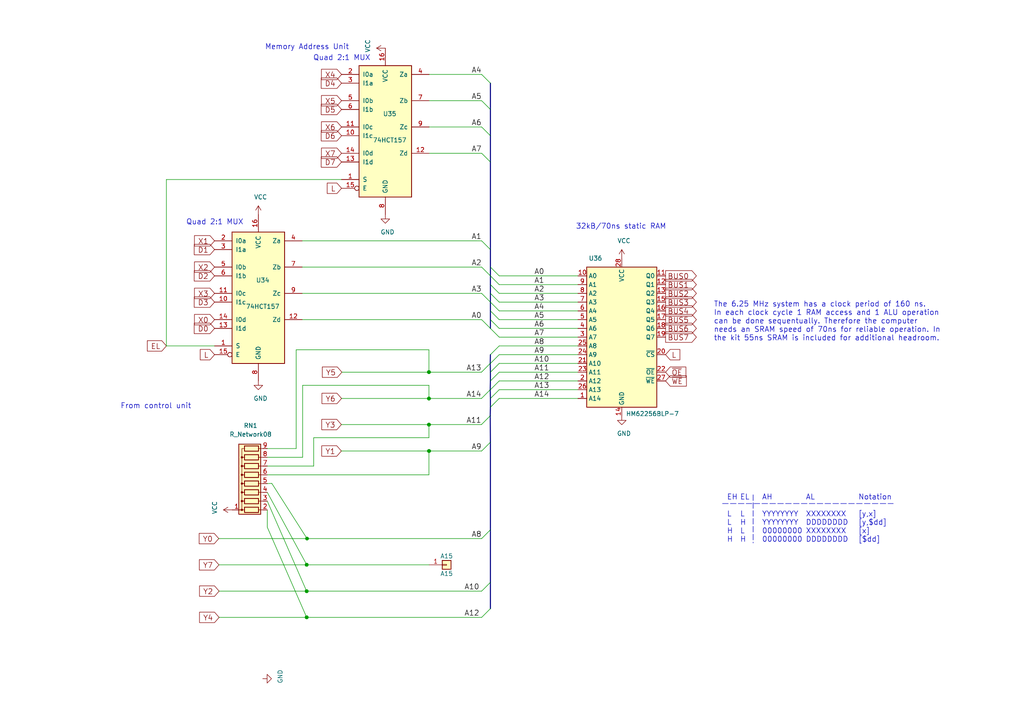
<source format=kicad_sch>
(kicad_sch (version 20211123) (generator eeschema)
  (paper "A4")
  (title_block (title "Gigatron Memory and Address Unit") (date "2020-03-20") (rev "Release") (company "Marcel van Kervinck and Walter Belgers") (comment 1 "The high address byte is either zero or comes from the user Y register.") (comment 2 "The low address byte originates either from the operand (D) or from the user X register") (comment 3 "The address unit can create addresses in four different ways, as shown in the table.") (comment 4 "For speed and simplicity the memory addressing space is two-dimensional."))
  (lib_symbols
    (symbol "74xx:74LS157" (pin_names (offset 1.016))
      (property "Reference" "U" (at -7.62 19.05 0))
      (property "Value" "74LS157" (at -7.62 -21.59 0))
      (symbol "74LS157_1_0"
        (pin input line (at -12.7 -15.24 0) (length 5.08) (name "S") (number "1"))
        (pin input line (at -12.7 -2.54 0) (length 5.08) (name "I1c") (number "10"))
        (pin input line (at -12.7 0 0) (length 5.08) (name "I0c") (number "11"))
        (pin output line (at 12.7 -7.62 180) (length 5.08) (name "Zd") (number "12"))
        (pin input line (at -12.7 -10.16 0) (length 5.08) (name "I1d") (number "13"))
        (pin input line (at -12.7 -7.62 0) (length 5.08) (name "I0d") (number "14"))
        (pin input inverted (at -12.7 -17.78 0) (length 5.08) (name "E") (number "15"))
        (pin power_in line (at 0 22.86 270) (length 5.08) (name "VCC") (number "16"))
        (pin input line (at -12.7 15.24 0) (length 5.08) (name "I0a") (number "2"))
        (pin input line (at -12.7 12.7 0) (length 5.08) (name "I1a") (number "3"))
        (pin output line (at 12.7 15.24 180) (length 5.08) (name "Za") (number "4"))
        (pin input line (at -12.7 7.62 0) (length 5.08) (name "I0b") (number "5"))
        (pin input line (at -12.7 5.08 0) (length 5.08) (name "I1b") (number "6"))
        (pin output line (at 12.7 7.62 180) (length 5.08) (name "Zb") (number "7"))
        (pin power_in line (at 0 -25.4 90) (length 5.08) (name "GND") (number "8"))
        (pin output line (at 12.7 0 180) (length 5.08) (name "Zc") (number "9"))
      )
      (symbol "74LS157_1_1"
        (rectangle (start -7.62 17.78) (end 7.62 -20.32) (stroke (width 0.254)) (fill (type background)))
      )
    )
    (symbol "Connector_Generic:Conn_01x01" (pin_names (offset 1.016) hide)
      (property "Reference" "J" (at 0 2.54 0))
      (property "Value" "Conn_01x01" (at 0 -2.54 0))
      (symbol "Conn_01x01_1_1"
        (rectangle (start -1.27 0.127) (end 0 -0.127) (stroke (width 0.1524)))
        (rectangle (start -1.27 1.27) (end 1.27 -1.27) (stroke (width 0.254)) (fill (type background)))
        (pin passive line (at -5.08 0 0) (length 3.81) (name "Pin_1") (number "1"))
      )
    )
    (symbol "Device:R_Network08" (pin_names (offset 0) hide)
      (property "Reference" "RN" (at -12.7 0 90))
      (property "Value" "R_Network08" (at 10.16 0 90))
      (symbol "R_Network08_0_1"
        (rectangle (start -11.43 -3.175) (end 8.89 3.175) (stroke (width 0.254)) (fill (type background)))
        (rectangle (start -10.922 1.524) (end -9.398 -2.54) (stroke (width 0.254)))
        (circle (center -10.16 2.286) (radius 0.254) (fill (type outline)))
        (rectangle (start -8.382 1.524) (end -6.858 -2.54) (stroke (width 0.254)))
        (circle (center -7.62 2.286) (radius 0.254) (fill (type outline)))
        (rectangle (start -5.842 1.524) (end -4.318 -2.54) (stroke (width 0.254)))
        (circle (center -5.08 2.286) (radius 0.254) (fill (type outline)))
        (rectangle (start -3.302 1.524) (end -1.778 -2.54) (stroke (width 0.254)))
        (circle (center -2.54 2.286) (radius 0.254) (fill (type outline)))
        (rectangle (start -0.762 1.524) (end 0.762 -2.54) (stroke (width 0.254)))
        (polyline (pts (xy -10.16 -2.54) (xy -10.16 -3.81)))
        (polyline (pts (xy -7.62 -2.54) (xy -7.62 -3.81)))
        (polyline (pts (xy -5.08 -2.54) (xy -5.08 -3.81)))
        (polyline (pts (xy -2.54 -2.54) (xy -2.54 -3.81)))
        (polyline (pts (xy 0 -2.54) (xy 0 -3.81)))
        (polyline (pts (xy 2.54 -2.54) (xy 2.54 -3.81)))
        (polyline (pts (xy 5.08 -2.54) (xy 5.08 -3.81)))
        (polyline (pts (xy 7.62 -2.54) (xy 7.62 -3.81)))
        (polyline (pts (xy -10.16 1.524) (xy -10.16 2.286) (xy -7.62 2.286) (xy -7.62 1.524)))
        (polyline (pts (xy -7.62 1.524) (xy -7.62 2.286) (xy -5.08 2.286) (xy -5.08 1.524)))
        (polyline (pts (xy -5.08 1.524) (xy -5.08 2.286) (xy -2.54 2.286) (xy -2.54 1.524)))
        (polyline (pts (xy -2.54 1.524) (xy -2.54 2.286) (xy 0 2.286) (xy 0 1.524)))
        (polyline (pts (xy 0 1.524) (xy 0 2.286) (xy 2.54 2.286) (xy 2.54 1.524)))
        (polyline (pts (xy 2.54 1.524) (xy 2.54 2.286) (xy 5.08 2.286) (xy 5.08 1.524)))
        (polyline (pts (xy 5.08 1.524) (xy 5.08 2.286) (xy 7.62 2.286) (xy 7.62 1.524)))
        (circle (center 0 2.286) (radius 0.254) (fill (type outline)))
        (rectangle (start 1.778 1.524) (end 3.302 -2.54) (stroke (width 0.254)))
        (circle (center 2.54 2.286) (radius 0.254) (fill (type outline)))
        (rectangle (start 4.318 1.524) (end 5.842 -2.54) (stroke (width 0.254)))
        (circle (center 5.08 2.286) (radius 0.254) (fill (type outline)))
        (rectangle (start 6.858 1.524) (end 8.382 -2.54) (stroke (width 0.254)))
      )
      (symbol "R_Network08_1_1"
        (pin passive line (at -10.16 5.08 270) (length 2.54) (name "common") (number "1"))
        (pin passive line (at -10.16 -5.08 90) (length 1.27) (name "R1") (number "2"))
        (pin passive line (at -7.62 -5.08 90) (length 1.27) (name "R2") (number "3"))
        (pin passive line (at -5.08 -5.08 90) (length 1.27) (name "R3") (number "4"))
        (pin passive line (at -2.54 -5.08 90) (length 1.27) (name "R4") (number "5"))
        (pin passive line (at 0 -5.08 90) (length 1.27) (name "R5") (number "6"))
        (pin passive line (at 2.54 -5.08 90) (length 1.27) (name "R6") (number "7"))
        (pin passive line (at 5.08 -5.08 90) (length 1.27) (name "R7") (number "8"))
        (pin passive line (at 7.62 -5.08 90) (length 1.27) (name "R8") (number "9"))
      )
    )
    (symbol "Memory_RAM:HM62256BLP"
      (property "Reference" "U" (at -10.16 20.955 0))
      (property "Value" "HM62256BLP" (at 2.54 20.955 0))
      (symbol "HM62256BLP_0_0"
        (pin power_in line (at 0 -22.86 90) (length 2.54) (name "GND") (number "14"))
        (pin power_in line (at 0 22.86 270) (length 2.54) (name "VCC") (number "28"))
      )
      (symbol "HM62256BLP_0_1"
        (rectangle (start -10.16 20.32) (end 10.16 -20.32) (stroke (width 0.254)) (fill (type background)))
      )
      (symbol "HM62256BLP_1_1"
        (pin input line (at -12.7 -17.78 0) (length 2.54) (name "A14") (number "1"))
        (pin input line (at -12.7 17.78 0) (length 2.54) (name "A0") (number "10"))
        (pin tri_state line (at 12.7 17.78 180) (length 2.54) (name "Q0") (number "11"))
        (pin tri_state line (at 12.7 15.24 180) (length 2.54) (name "Q1") (number "12"))
        (pin tri_state line (at 12.7 12.7 180) (length 2.54) (name "Q2") (number "13"))
        (pin tri_state line (at 12.7 10.16 180) (length 2.54) (name "Q3") (number "15"))
        (pin tri_state line (at 12.7 7.62 180) (length 2.54) (name "Q4") (number "16"))
        (pin tri_state line (at 12.7 5.08 180) (length 2.54) (name "Q5") (number "17"))
        (pin tri_state line (at 12.7 2.54 180) (length 2.54) (name "Q6") (number "18"))
        (pin tri_state line (at 12.7 0 180) (length 2.54) (name "Q7") (number "19"))
        (pin input line (at -12.7 -12.7 0) (length 2.54) (name "A12") (number "2"))
        (pin input line (at 12.7 -5.08 180) (length 2.54) (name "~{CS}") (number "20"))
        (pin input line (at -12.7 -7.62 0) (length 2.54) (name "A10") (number "21"))
        (pin input line (at 12.7 -10.16 180) (length 2.54) (name "~{OE}") (number "22"))
        (pin input line (at -12.7 -10.16 0) (length 2.54) (name "A11") (number "23"))
        (pin input line (at -12.7 -5.08 0) (length 2.54) (name "A9") (number "24"))
        (pin input line (at -12.7 -2.54 0) (length 2.54) (name "A8") (number "25"))
        (pin input line (at -12.7 -15.24 0) (length 2.54) (name "A13") (number "26"))
        (pin input line (at 12.7 -12.7 180) (length 2.54) (name "~{WE}") (number "27"))
        (pin input line (at -12.7 0 0) (length 2.54) (name "A7") (number "3"))
        (pin input line (at -12.7 2.54 0) (length 2.54) (name "A6") (number "4"))
        (pin input line (at -12.7 5.08 0) (length 2.54) (name "A5") (number "5"))
        (pin input line (at -12.7 7.62 0) (length 2.54) (name "A4") (number "6"))
        (pin input line (at -12.7 10.16 0) (length 2.54) (name "A3") (number "7"))
        (pin input line (at -12.7 12.7 0) (length 2.54) (name "A2") (number "8"))
        (pin input line (at -12.7 15.24 0) (length 2.54) (name "A1") (number "9"))
      )
    )
    (symbol "power:GND" (power) (pin_names (offset 0))
      (property "Value" "GND" (at 0 -3.81 0))
      (symbol "GND_0_1"
        (polyline (pts (xy 0 0) (xy 0 -1.27) (xy 1.27 -1.27) (xy 0 -2.54) (xy -1.27 -1.27) (xy 0 -1.27)))
      )
      (symbol "GND_1_1"
        (pin power_in line (at 0 0 270) (length 0) hide (name "GND") (number "1"))
      )
    )
    (symbol "power:VCC" (power) (pin_names (offset 0))
      (property "Value" "VCC" (at 0 3.81 0))
      (symbol "VCC_0_1"
        (polyline (pts (xy -0.762 1.27) (xy 0 2.54)))
        (polyline (pts (xy 0 0) (xy 0 2.54)))
        (polyline (pts (xy 0 2.54) (xy 0.762 1.27)))
      )
      (symbol "VCC_1_1"
        (pin power_in line (at 0 0 90) (length 0) hide (name "VCC") (number "1"))
      )
    )
  )
  (junction (at 88.9508 163.83))
  (junction (at 88.9508 179.07))
  (junction (at 88.9508 171.45))
  (junction (at 88.9508 171.5008))
  (junction (at 124.4092 107.8992))
  (junction (at 88.9508 179.0192))
  (junction (at 124.4092 130.81))
  (junction (at 124.4092 123.1392))
  (junction (at 124.46 130.81))
  (junction (at 89.0524 156.21))
  (junction (at 124.4092 107.95))
  (junction (at 124.4092 115.57))
  (junction (at 124.4092 123.19))
  (junction (at 88.9508 163.7792))
  (junction (at 124.4092 115.6208))
  (bus_entry (at 139.7 44.45) (size 2.54 2.54))
  (bus_entry (at 139.7 92.71) (size 2.54 2.54))
  (bus_entry (at 142.24 110.49) (size 2.54 -2.54))
  (bus_entry (at 142.24 102.87) (size 2.54 -2.54))
  (bus_entry (at 142.24 115.57) (size 2.54 -2.54))
  (bus_entry (at 142.24 105.41) (size 2.54 -2.54))
  (bus_entry (at 142.24 113.03) (size 2.54 -2.54))
  (bus_entry (at 139.7 85.09) (size 2.54 2.54))
  (bus_entry (at 139.7 179.07) (size 2.54 -2.54))
  (bus_entry (at 139.6492 123.1392) (size 2.54 -2.54))
  (bus_entry (at 142.24 77.47) (size 2.54 2.54))
  (bus_entry (at 142.24 85.09) (size 2.54 2.54))
  (bus_entry (at 142.24 87.63) (size 2.54 2.54))
  (bus_entry (at 139.7 130.81) (size 2.54 -2.54))
  (bus_entry (at 142.24 92.71) (size 2.54 2.54))
  (bus_entry (at 139.7 36.83) (size 2.54 2.54))
  (bus_entry (at 139.7 69.85) (size 2.54 2.54))
  (bus_entry (at 142.24 107.95) (size 2.54 -2.54))
  (bus_entry (at 142.24 80.01) (size 2.54 2.54))
  (bus_entry (at 139.6492 115.57) (size 2.54 -2.54))
  (bus_entry (at 142.24 95.25) (size 2.54 2.54))
  (bus_entry (at 139.7 171.45) (size 2.54 -2.54))
  (bus_entry (at 139.7 156.21) (size 2.54 -2.54))
  (bus_entry (at 139.7 29.21) (size 2.54 2.54))
  (bus_entry (at 139.7 21.59) (size 2.54 2.54))
  (bus_entry (at 142.24 90.17) (size 2.54 2.54))
  (bus_entry (at 139.7 77.47) (size 2.54 2.54))
  (bus_entry (at 139.6492 107.95) (size 2.54 -2.54))
  (bus_entry (at 142.24 118.11) (size 2.54 -2.54))
  (bus_entry (at 142.24 82.55) (size 2.54 2.54))
  (wire (pts (xy 124.4092 115.57) (xy 124.4092 115.6208)))
  (bus (pts (xy 142.24 24.13) (xy 142.24 31.75)))
  (polyline (pts (xy 218.44 143.51) (xy 218.44 157.48)))
  (wire (pts (xy 124.4092 137.7188) (xy 124.4092 130.81)))
  (wire (pts (xy 63.5508 171.45) (xy 88.9508 171.45)))
  (wire (pts (xy 63.4492 156.21) (xy 89.0524 156.21)))
  (wire (pts (xy 124.46 44.45) (xy 139.7 44.45)))
  (wire (pts (xy 144.78 115.57) (xy 167.64 115.57)))
  (wire (pts (xy 87.63 69.85) (xy 139.7 69.85)))
  (wire (pts (xy 78.8416 140.208) (xy 77.5208 140.2588)))
  (wire (pts (xy 144.78 95.25) (xy 167.64 95.25)))
  (wire (pts (xy 99.0092 130.81) (xy 124.4092 130.81)))
  (wire (pts (xy 99.1616 107.95) (xy 124.4092 107.95)))
  (wire (pts (xy 124.4092 107.95) (xy 124.4092 107.8992)))
  (wire (pts (xy 77.5208 145.3388) (xy 88.9508 171.5008)))
  (bus (pts (xy 142.24 82.55) (xy 142.24 85.09)))
  (wire (pts (xy 77.5208 137.7188) (xy 124.4092 137.7188)))
  (wire (pts (xy 87.7824 111.76) (xy 124.4092 111.76)))
  (bus (pts (xy 142.1892 113.03) (xy 142.24 115.57)))
  (wire (pts (xy 144.78 82.55) (xy 167.64 82.55)))
  (wire (pts (xy 78.8416 140.208) (xy 89.0524 156.21)))
  (wire (pts (xy 124.4092 101.4476) (xy 124.4092 107.8992)))
  (wire (pts (xy 88.9508 163.83) (xy 124.46 163.83)))
  (wire (pts (xy 144.78 90.17) (xy 167.64 90.17)))
  (wire (pts (xy 99.06 115.57) (xy 124.4092 115.57)))
  (polyline (pts (xy 209.55 146.05) (xy 259.08 146.05)))
  (wire (pts (xy 77.5208 152.908) (xy 77.5208 147.8788)))
  (bus (pts (xy 142.24 87.63) (xy 142.24 90.17)))
  (wire (pts (xy 88.9508 163.83) (xy 88.9508 163.7792)))
  (wire (pts (xy 124.4092 111.76) (xy 124.4092 115.57)))
  (wire (pts (xy 144.78 110.49) (xy 167.64 110.49)))
  (bus (pts (xy 142.24 80.01) (xy 142.24 82.55)))
  (bus (pts (xy 142.24 90.17) (xy 142.24 92.71)))
  (wire (pts (xy 144.78 100.33) (xy 167.64 100.33)))
  (bus (pts (xy 142.24 92.71) (xy 142.24 95.25)))
  (bus (pts (xy 142.24 72.39) (xy 142.24 77.47)))
  (bus (pts (xy 142.24 115.57) (xy 142.24 118.11)))
  (bus (pts (xy 142.24 46.99) (xy 142.24 72.39)))
  (wire (pts (xy 124.46 29.21) (xy 139.7 29.21)))
  (wire (pts (xy 88.9508 179.07) (xy 139.7 179.07)))
  (wire (pts (xy 77.5208 130.0988) (xy 85.9028 130.0988)))
  (wire (pts (xy 90.9828 135.1788) (xy 90.9828 126.9492)))
  (wire (pts (xy 88.9508 171.45) (xy 139.7 171.45)))
  (bus (pts (xy 142.24 110.49) (xy 142.1892 113.03)))
  (wire (pts (xy 99.0092 123.1392) (xy 124.4092 123.1392)))
  (wire (pts (xy 124.4092 107.95) (xy 139.6492 107.95)))
  (wire (pts (xy 144.78 87.63) (xy 167.64 87.63)))
  (wire (pts (xy 144.78 97.79) (xy 167.64 97.79)))
  (wire (pts (xy 124.4092 123.1392) (xy 139.6492 123.1392)))
  (bus (pts (xy 142.24 39.37) (xy 142.24 46.99)))
  (wire (pts (xy 77.5208 152.908) (xy 88.9508 179.07)))
  (wire (pts (xy 144.78 105.41) (xy 167.64 105.41)))
  (wire (pts (xy 87.63 85.09) (xy 139.7 85.09)))
  (wire (pts (xy 90.9828 126.9492) (xy 124.4092 126.9492)))
  (wire (pts (xy 124.46 21.59) (xy 139.7 21.59)))
  (wire (pts (xy 144.78 80.01) (xy 167.64 80.01)))
  (wire (pts (xy 85.9028 101.4476) (xy 124.4092 101.4476)))
  (bus (pts (xy 142.24 153.67) (xy 142.24 168.91)))
  (wire (pts (xy 124.4092 126.9492) (xy 124.4092 123.19)))
  (wire (pts (xy 144.78 107.95) (xy 167.64 107.95)))
  (wire (pts (xy 144.78 92.71) (xy 167.64 92.71)))
  (wire (pts (xy 144.78 113.03) (xy 167.64 113.03)))
  (wire (pts (xy 88.9508 171.45) (xy 88.9508 171.5008)))
  (wire (pts (xy 77.5208 135.1788) (xy 90.9828 135.1788)))
  (bus (pts (xy 142.1892 105.41) (xy 142.24 107.95)))
  (wire (pts (xy 144.78 102.87) (xy 167.64 102.87)))
  (wire (pts (xy 87.63 92.71) (xy 139.7 92.71)))
  (wire (pts (xy 144.78 85.09) (xy 167.64 85.09)))
  (bus (pts (xy 142.24 77.47) (xy 142.24 80.01)))
  (wire (pts (xy 88.9508 179.07) (xy 88.9508 179.0192)))
  (wire (pts (xy 85.9028 130.0988) (xy 85.9028 101.4476)))
  (wire (pts (xy 87.7824 132.6388) (xy 87.7824 111.76)))
  (wire (pts (xy 77.5208 132.6388) (xy 87.7824 132.6388)))
  (wire (pts (xy 48.26 52.07) (xy 48.26 100.33)))
  (wire (pts (xy 124.46 130.81) (xy 139.7 130.81)))
  (wire (pts (xy 48.26 52.07) (xy 99.06 52.07)))
  (wire (pts (xy 48.26 100.33) (xy 62.23 100.33)))
  (bus (pts (xy 142.24 31.75) (xy 142.24 39.37)))
  (wire (pts (xy 124.46 130.81) (xy 124.4092 130.81)))
  (wire (pts (xy 87.63 77.47) (xy 139.7 77.47)))
  (wire (pts (xy 63.5 163.83) (xy 88.9508 163.83)))
  (bus (pts (xy 142.24 128.27) (xy 142.24 153.67)))
  (bus (pts (xy 142.24 168.91) (xy 142.24 176.53)))
  (bus (pts (xy 142.24 102.87) (xy 142.1892 105.41)))
  (wire (pts (xy 77.5208 142.7988) (xy 88.9508 163.7792)))
  (wire (pts (xy 89.0524 156.21) (xy 139.7 156.21)))
  (wire (pts (xy 124.46 36.83) (xy 139.7 36.83)))
  (bus (pts (xy 142.1892 120.5992) (xy 142.24 128.27)))
  (wire (pts (xy 63.5508 179.07) (xy 88.9508 179.07)))
  (wire (pts (xy 139.6492 115.57) (xy 124.4092 115.57)))
  (bus (pts (xy 142.24 107.95) (xy 142.24 110.49)))
  (bus (pts (xy 142.24 85.09) (xy 142.24 87.63)))
  (bus (pts (xy 142.24 118.11) (xy 142.1892 120.5992)))
  (text "From control unit" (at 34.925 118.745 0) (effects (font (size 1.524 1.524)) (justify left bottom)))
  (text "AH\n\nYYYYYYYY\nYYYYYYYY\n00000000\n00000000" (at 220.98 157.48 0) (effects (font (size 1.524 1.524)) (justify left bottom)))
  (text "The 6.25 MHz system has a clock period of 160 ns.\nIn each clock cycle 1 RAM access and 1 ALU operation\ncan be done sequentually. Therefore the computer\nneeds an SRAM speed of 70ns for reliable operation. In\nthe kit 55ns SRAM is included for additional headroom." (at 207.01 99.06 0) (effects (font (size 1.524 1.524)) (justify left bottom)))
  (text "Quad 2:1 MUX" (at 53.975 65.405 0) (effects (font (size 1.524 1.524)) (justify left bottom)))
  (text "EH\n\nL\nL\nH\nH" (at 210.82 157.48 0) (effects (font (size 1.524 1.524)) (justify left bottom)))
  (text "AL\n\nXXXXXXXX\nDDDDDDDD\nXXXXXXXX\nDDDDDDDD" (at 233.68 157.48 0) (effects (font (size 1.524 1.524)) (justify left bottom)))
  (text "EL\n\nL\nH\nL\nH" (at 214.63 157.48 0) (effects (font (size 1.524 1.524)) (justify left bottom)))
  (text "32kB/70ns static RAM" (at 167.005 66.675 0) (effects (font (size 1.524 1.524)) (justify left bottom)))
  (text "Quad 2:1 MUX" (at 90.805 17.78 0) (effects (font (size 1.524 1.524)) (justify left bottom)))
  (text "Notation\n\n[y,x]\n[y,$dd]\n[x]\n[$dd]" (at 248.92 157.48 0) (effects (font (size 1.524 1.524)) (justify left bottom)))
  (text "Memory Address Unit" (at 76.835 14.605 0) (effects (font (size 1.524 1.524)) (justify left bottom)))
  (label "A11" (at 139.6492 123.1392 180) (effects (font (size 1.524 1.524))))
  (label "A12" (at 154.94 110.49 0) (effects (font (size 1.524 1.524))))
  (label "A4" (at 154.94 90.17 0) (effects (font (size 1.524 1.524))))
  (label "A9" (at 139.7 130.81 180) (effects (font (size 1.524 1.524))))
  (label "A8" (at 154.94 100.33 0) (effects (font (size 1.524 1.524))))
  (label "A2" (at 139.7 77.47 180) (effects (font (size 1.524 1.524))))
  (label "A0" (at 139.7 92.71 180) (effects (font (size 1.524 1.524))))
  (label "A13" (at 154.94 113.03 0) (effects (font (size 1.524 1.524))))
  (label "A1" (at 154.94 82.55 0) (effects (font (size 1.524 1.524))))
  (label "A4" (at 139.7 21.59 180) (effects (font (size 1.524 1.524))))
  (label "A2" (at 154.94 85.09 0) (effects (font (size 1.524 1.524))))
  (label "A5" (at 139.7 29.21 180) (effects (font (size 1.524 1.524))))
  (label "A9" (at 154.94 102.87 0) (effects (font (size 1.524 1.524))))
  (label "A13" (at 139.6492 107.95 180) (effects (font (size 1.524 1.524))))
  (label "A7" (at 154.94 97.79 0) (effects (font (size 1.524 1.524))))
  (label "A6" (at 139.7 36.83 180) (effects (font (size 1.524 1.524))))
  (label "A3" (at 154.94 87.63 0) (effects (font (size 1.524 1.524))))
  (label "A1" (at 139.7 69.85 180) (effects (font (size 1.524 1.524))))
  (label "A12" (at 139.065 179.07 180) (effects (font (size 1.524 1.524))))
  (label "A5" (at 154.94 92.71 0) (effects (font (size 1.524 1.524))))
  (label "A14" (at 154.94 115.57 0) (effects (font (size 1.524 1.524))))
  (label "A10" (at 139.065 171.45 180) (effects (font (size 1.524 1.524))))
  (label "A7" (at 139.7 44.45 180) (effects (font (size 1.524 1.524))))
  (label "A14" (at 139.6492 115.57 180) (effects (font (size 1.524 1.524))))
  (label "A11" (at 154.94 107.95 0) (effects (font (size 1.524 1.524))))
  (label "A0" (at 154.94 80.01 0) (effects (font (size 1.524 1.524))))
  (label "A6" (at 154.94 95.25 0) (effects (font (size 1.524 1.524))))
  (label "A3" (at 139.7 85.09 180) (effects (font (size 1.524 1.524))))
  (label "A8" (at 139.7 156.21 180) (effects (font (size 1.524 1.524))))
  (label "A10" (at 154.94 105.41 0) (effects (font (size 1.524 1.524))))
  (global_label "D6" (shape input) (at 99.06 39.37 180) (effects (font (size 1.524 1.524))) (property "Intersheet References" "${INTERSHEET_REFS}" (effects hide)))
  (global_label "X0" (shape input) (at 62.23 92.71 180) (effects (font (size 1.524 1.524))) (property "Intersheet References" "${INTERSHEET_REFS}" (effects hide)))
  (global_label "BUS0" (shape output) (at 193.04 80.01 0) (effects (font (size 1.524 1.524))) (property "Intersheet References" "${INTERSHEET_REFS}" (effects hide)))
  (global_label "X1" (shape input) (at 62.23 69.85 180) (effects (font (size 1.524 1.524))) (property "Intersheet References" "${INTERSHEET_REFS}" (effects hide)))
  (global_label "Y5" (shape input) (at 99.1616 107.95 180) (effects (font (size 1.524 1.524))) (property "Intersheet References" "${INTERSHEET_REFS}" (effects hide)))
  (global_label "Y7" (shape input) (at 63.5 163.83 180) (effects (font (size 1.524 1.524))) (property "Intersheet References" "${INTERSHEET_REFS}" (effects hide)))
  (global_label "X4" (shape input) (at 99.06 21.59 180) (effects (font (size 1.524 1.524))) (property "Intersheet References" "${INTERSHEET_REFS}" (effects hide)))
  (global_label "BUS1" (shape output) (at 193.04 82.55 0) (effects (font (size 1.524 1.524))) (property "Intersheet References" "${INTERSHEET_REFS}" (effects hide)))
  (global_label "Y0" (shape input) (at 63.4492 156.21 180) (effects (font (size 1.524 1.524))) (property "Intersheet References" "${INTERSHEET_REFS}" (effects hide)))
  (global_label "D1" (shape input) (at 62.23 72.39 180) (effects (font (size 1.524 1.524))) (property "Intersheet References" "${INTERSHEET_REFS}" (effects hide)))
  (global_label "D5" (shape input) (at 99.06 31.75 180) (effects (font (size 1.524 1.524))) (property "Intersheet References" "${INTERSHEET_REFS}" (effects hide)))
  (global_label "Y3" (shape input) (at 99.0092 123.1392 180) (effects (font (size 1.524 1.524))) (property "Intersheet References" "${INTERSHEET_REFS}" (effects hide)))
  (global_label "~{WE}" (shape input) (at 193.04 110.49 0) (effects (font (size 1.524 1.524))) (property "Intersheet References" "${INTERSHEET_REFS}" (effects hide)))
  (global_label "X7" (shape input) (at 99.06 44.45 180) (effects (font (size 1.524 1.524))) (property "Intersheet References" "${INTERSHEET_REFS}" (effects hide)))
  (global_label "BUS7" (shape output) (at 193.04 97.79 0) (effects (font (size 1.524 1.524))) (property "Intersheet References" "${INTERSHEET_REFS}" (effects hide)))
  (global_label "L" (shape input) (at 193.04 102.87 0) (effects (font (size 1.524 1.524))) (property "Intersheet References" "${INTERSHEET_REFS}" (effects hide)))
  (global_label "D4" (shape input) (at 99.06 24.13 180) (effects (font (size 1.524 1.524))) (property "Intersheet References" "${INTERSHEET_REFS}" (effects hide)))
  (global_label "BUS3" (shape output) (at 193.04 87.63 0) (effects (font (size 1.524 1.524))) (property "Intersheet References" "${INTERSHEET_REFS}" (effects hide)))
  (global_label "Y4" (shape input) (at 63.5508 179.07 180) (effects (font (size 1.524 1.524))) (property "Intersheet References" "${INTERSHEET_REFS}" (effects hide)))
  (global_label "X3" (shape input) (at 62.23 85.09 180) (effects (font (size 1.524 1.524))) (property "Intersheet References" "${INTERSHEET_REFS}" (effects hide)))
  (global_label "L" (shape input) (at 62.23 102.87 180) (effects (font (size 1.524 1.524))) (property "Intersheet References" "${INTERSHEET_REFS}" (effects hide)))
  (global_label "BUS4" (shape output) (at 193.04 90.17 0) (effects (font (size 1.524 1.524))) (property "Intersheet References" "${INTERSHEET_REFS}" (effects hide)))
  (global_label "X2" (shape input) (at 62.23 77.47 180) (effects (font (size 1.524 1.524))) (property "Intersheet References" "${INTERSHEET_REFS}" (effects hide)))
  (global_label "D3" (shape input) (at 62.23 87.63 180) (effects (font (size 1.524 1.524))) (property "Intersheet References" "${INTERSHEET_REFS}" (effects hide)))
  (global_label "X6" (shape input) (at 99.06 36.83 180) (effects (font (size 1.524 1.524))) (property "Intersheet References" "${INTERSHEET_REFS}" (effects hide)))
  (global_label "L" (shape input) (at 99.06 54.61 180) (effects (font (size 1.524 1.524))) (property "Intersheet References" "${INTERSHEET_REFS}" (effects hide)))
  (global_label "~{OE}" (shape input) (at 193.04 107.95 0) (effects (font (size 1.524 1.524))) (property "Intersheet References" "${INTERSHEET_REFS}" (effects hide)))
  (global_label "EL" (shape input) (at 48.26 100.33 180) (effects (font (size 1.524 1.524))) (property "Intersheet References" "${INTERSHEET_REFS}" (effects hide)))
  (global_label "Y6" (shape input) (at 99.06 115.57 180) (effects (font (size 1.524 1.524))) (property "Intersheet References" "${INTERSHEET_REFS}" (effects hide)))
  (global_label "BUS5" (shape output) (at 193.04 92.71 0) (effects (font (size 1.524 1.524))) (property "Intersheet References" "${INTERSHEET_REFS}" (effects hide)))
  (global_label "BUS2" (shape output) (at 193.04 85.09 0) (effects (font (size 1.524 1.524))) (property "Intersheet References" "${INTERSHEET_REFS}" (effects hide)))
  (global_label "D0" (shape input) (at 62.23 95.25 180) (effects (font (size 1.524 1.524))) (property "Intersheet References" "${INTERSHEET_REFS}" (effects hide)))
  (global_label "Y1" (shape input) (at 99.0092 130.81 180) (effects (font (size 1.524 1.524))) (property "Intersheet References" "${INTERSHEET_REFS}" (effects hide)))
  (global_label "D7" (shape input) (at 99.06 46.99 180) (effects (font (size 1.524 1.524))) (property "Intersheet References" "${INTERSHEET_REFS}" (effects hide)))
  (global_label "Y2" (shape input) (at 63.5508 171.45 180) (effects (font (size 1.524 1.524))) (property "Intersheet References" "${INTERSHEET_REFS}" (effects hide)))
  (global_label "BUS6" (shape output) (at 193.04 95.25 0) (effects (font (size 1.524 1.524))) (property "Intersheet References" "${INTERSHEET_REFS}" (effects hide)))
  (global_label "X5" (shape input) (at 99.06 29.21 180) (effects (font (size 1.524 1.524))) (property "Intersheet References" "${INTERSHEET_REFS}" (effects hide)))
  (global_label "D2" (shape input) (at 62.23 80.01 180) (effects (font (size 1.524 1.524))) (property "Intersheet References" "${INTERSHEET_REFS}" (effects hide)))
  (symbol (lib_id "Memory_RAM:HM62256BLP") (at 180.34 97.79 0) (unit 1)
    (property "Reference" "U36" (at 172.72 74.93 0))
    (property "Value" "HM62256BLP-7" (at 189.23 120.015 0))
    (property "Footprint" "Package_DIP:DIP-28_W15.24mm" (effects hide))
  )
  (symbol (lib_id "74xx:74LS157") (at 111.76 36.83 0) (unit 1)
    (property "Reference" "U35" (at 113.03 33.02 0))
    (property "Value" "74HCT157" (at 113.03 40.64 0))
    (property "Footprint" "Package_DIP:DIP-16_W7.62mm" (effects hide))
  )
  (symbol (lib_id "74xx:74LS157") (at 74.93 85.09 0) (unit 1)
    (property "Reference" "U34" (at 76.2 81.28 0))
    (property "Value" "74HCT157" (at 76.2 88.9 0))
    (property "Footprint" "Package_DIP:DIP-16_W7.62mm" (effects hide))
  )
  (symbol (lib_id "Connector_Generic:Conn_01x01") (at 129.54 163.83 0) (unit 1)
    (property "Reference" "A15" (at 129.54 161.29 0))
    (property "Value" "A15" (at 129.54 166.37 0))
    (property "Footprint" "TestPoint:TestPoint_THTPad_D2.0mm_Drill1.0mm" (effects hide))
  )
  (symbol (lib_id "power:VCC") (at 111.76 13.97 90) (unit 1)
    (property "Reference" "#PWR0123" (effects hide))
    (property "Value" "VCC" (at 106.68 13.335 0))
  )
  (symbol (lib_id "power:GND") (at 111.76 62.23 0) (unit 1)
    (property "Reference" "#PWR0124" (effects hide))
    (property "Value" "GND" (at 112.395 67.31 0))
  )
  (symbol (lib_id "power:VCC") (at 74.93 62.23 0) (unit 1)
    (property "Reference" "#PWR0125" (effects hide))
    (property "Value" "VCC" (at 75.565 57.15 0))
  )
  (symbol (lib_id "power:GND") (at 74.93 110.49 0) (unit 1)
    (property "Reference" "#PWR0126" (effects hide))
    (property "Value" "GND" (at 75.565 115.57 0))
  )
  (symbol (lib_id "power:VCC") (at 67.3608 147.8788 90) (unit 1)
    (property "Reference" "#PWR0129" (effects hide))
    (property "Value" "VCC" (at 62.2808 147.2438 0))
  )
  (symbol (lib_id "power:GND") (at 76.2 196.85 90) (unit 1)
    (property "Reference" "#PWR0130" (effects hide))
    (property "Value" "GND" (at 81.28 196.215 0))
  )
  (symbol (lib_id "power:VCC") (at 180.34 74.93 0) (unit 1)
    (property "Reference" "#PWR0131" (effects hide))
    (property "Value" "VCC" (at 180.975 69.85 0))
  )
  (symbol (lib_id "power:GND") (at 180.34 120.65 0) (unit 1)
    (property "Reference" "#PWR0132" (effects hide))
    (property "Value" "GND" (at 180.975 125.73 0))
  )
  (symbol (lib_id "Device:R_Network08") (at 72.4408 137.7188 90) (unit 1)
    (property "Reference" "RN1" (at 72.6948 123.444 90))
    (property "Value" "R_Network08" (at 72.6948 125.984 90))
    (property "Footprint" "Resistor_THT:R_Array_SIP9" (effects hide))
    (property "Datasheet" "http://www.vishay.com/docs/31509/csc.pdf" (effects hide))
  )
)
</source>
